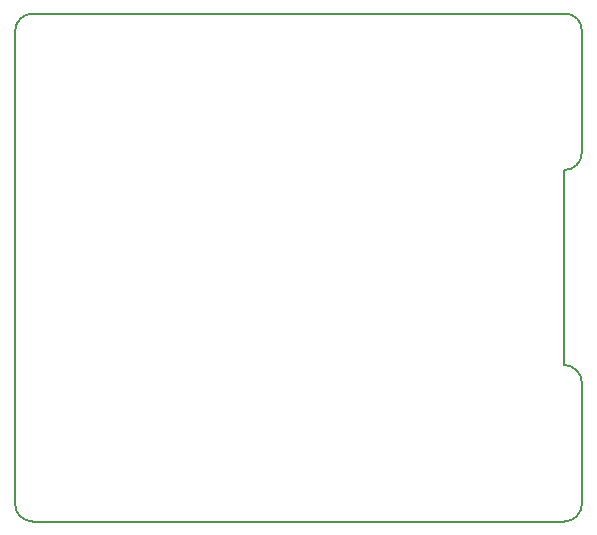
<source format=gm1>
%TF.GenerationSoftware,KiCad,Pcbnew,7.0.7*%
%TF.CreationDate,2023-11-30T16:21:26-08:00*%
%TF.ProjectId,TemperatureHumidityEPD,54656d70-6572-4617-9475-726548756d69,rev?*%
%TF.SameCoordinates,PX75040e0PY7b67cc0*%
%TF.FileFunction,Profile,NP*%
%FSLAX46Y46*%
G04 Gerber Fmt 4.6, Leading zero omitted, Abs format (unit mm)*
G04 Created by KiCad (PCBNEW 7.0.7) date 2023-11-30 16:21:26*
%MOMM*%
%LPD*%
G01*
G04 APERTURE LIST*
%TA.AperFunction,Profile*%
%ADD10C,0.127000*%
%TD*%
G04 APERTURE END LIST*
D10*
X0Y41500000D02*
X0Y1500000D01*
X1500000Y0D02*
X46500000Y0D01*
X46500000Y0D02*
G75*
G03*
X48000000Y1500000I0J1500000D01*
G01*
X48000000Y11750000D02*
X48000000Y1500000D01*
X46500000Y13250000D02*
X46500000Y29750000D01*
X1500000Y43000000D02*
G75*
G03*
X0Y41500000I0J-1500000D01*
G01*
X0Y1500000D02*
G75*
G03*
X1500000Y0I1500000J0D01*
G01*
X46500000Y29750000D02*
G75*
G03*
X48000000Y31250000I0J1500000D01*
G01*
X47999999Y41500000D02*
G75*
G03*
X46500000Y42999999I-1410099J89900D01*
G01*
X48000000Y11750000D02*
G75*
G03*
X46500000Y13250000I-1500000J0D01*
G01*
X1500000Y43000000D02*
X46500000Y43000000D01*
X48000000Y41500000D02*
X48000000Y31250000D01*
M02*

</source>
